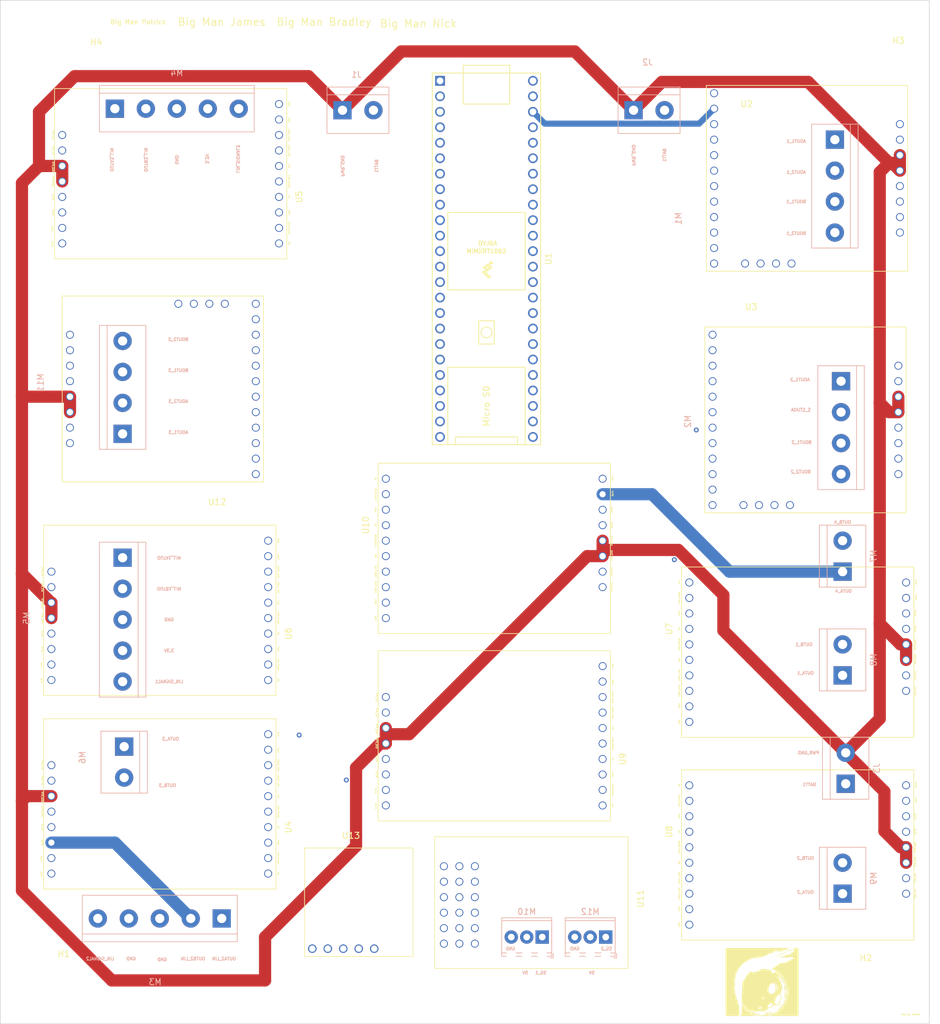
<source format=kicad_pcb>
(kicad_pcb (version 20211014) (generator pcbnew)
  (layers (0 "F.Cu" mixed) (1 "In1.Cu" signal) (2 "In2.Cu" signal) (31 "B.Cu" mixed) (34 "B.Paste" user) (35 "F.Paste" user) (36 "B.SilkS" user "B.Silkscreen") (37 "F.SilkS" user "F.Silkscreen") (38 "B.Mask" user) (39 "F.Mask" user) (44 "Edge.Cuts" user))
  (net 0 "")
  (net 1 "GND")
  (net 2 "STEP_1")
  (net 3 "DIR_1")
  (net 4 "SLEEP_1")
  (net 5 "RESET_1")
  (net 6 "STEP_2")
  (net 7 "DIR_2")
  (net 8 "SLEEP_2")
  (net 9 "RESET_2")
  (net 10 "INA_1")
  (net 11 "PWM_1")
  (net 12 "INB_1")
  (net 13 "INB_7")
  (net 14 "INA_7")
  (net 15 "PWM_7")
  (net 16 "LIN_SIGNAL3")
  (net 17 "PWM_2")
  (net 18 "INB_2")
  (net 19 "INA_3")
  (net 20 "PWM_3")
  (net 21 "INB_3")
  (net 22 "INA_4")
  (net 23 "INB_4")
  (net 24 "PWM_4")
  (net 25 "INB_6")
  (net 26 "INA_6")
  (net 27 "INB_5")
  (net 28 "INA_2")
  (net 29 "PWM_5")
  (net 30 "INA_5")
  (net 31 "LIN_SIGNAL2")
  (net 32 "LIN_SIGNAL1")
  (net 33 "PWM_6")
  (net 34 "BOUT2_1")
  (net 35 "Battery1_Positive24V")
  (net 36 "BOUT1_1")
  (net 37 "AOUT2_1")
  (net 38 "AOUT1_1")
  (net 39 "Battery_Neg")
  (net 40 "AOUT1_2")
  (net 41 "AOUT2_2")
  (net 42 "BOUT1_2")
  (net 43 "BOUT2_2")
  (net 44 "OUTB2_LIN")
  (net 45 "OUTA2_LIN")
  (net 46 "OUTA3_LIN")
  (net 47 "OUTB3_LIN")
  (net 48 "OUTA1_LIN")
  (net 49 "OUTB1_LIN")
  (net 50 "OUTB_1")
  (net 51 "OUTB_2")
  (net 52 "OUTB_3")
  (net 53 "OUTB_4")
  (net 54 "OUTA_3")
  (net 55 "OUTA_4")
  (net 56 "OUTA_1")
  (net 57 "OUTA_2")
  (net 58 "STEP_3")
  (net 59 "DIR_3")
  (net 60 "SLEEP_3")
  (net 61 "RESET_3")
  (net 62 "AOUT1_3")
  (net 63 "AOUT2_3")
  (net 64 "BOUT1_3")
  (net 65 "BOUT2_3")
  (net 66 "SS_1")
  (net 67 "SS_2")
  (net 68 "+5V")
  (net 69 "3.3V")
  (footprint "Custom Footprints:Teensy41" (layer "F.Cu") (at 519.43 347.218 -90)
    (fp_text reference "U1")
    (fp_text value "Teensy4.1")
  )
  (footprint "Custom Footprints:StepperMotorDriver" (layer "F.Cu") (at 562.864 359.664)
    (fp_text reference "U3")
    (fp_text value "36v4SMD")
  )
  (footprint "Custom Footprints:DCMotorDriver" (layer "F.Cu") (at 487.426 440.436 -90)
    (fp_text reference "U4")
    (fp_text value "VNH52019")
  )
  (footprint "Custom Footprints:DCMotorDriver" (layer "F.Cu") (at 489.204 337.058 -90)
    (fp_text reference "U5")
    (fp_text value "VNH52019")
  )
  (footprint "Custom Footprints:DCMotorDriver" (layer "F.Cu") (at 487.426 408.686 -90)
    (fp_text reference "U6")
    (fp_text value "VNH52019")
  )
  (footprint "Custom Footprints:DCMotorDriver" (layer "F.Cu") (at 548.894 407.924 90)
    (fp_text reference "U7")
    (fp_text value "VNH52019")
  )
  (footprint "Custom Footprints:DCMotorDriver" (layer "F.Cu") (at 548.894 441.198 90)
    (fp_text reference "U8")
    (fp_text value "VNH52019")
  )
  (footprint "Custom Footprints:DCMotorDriver" (layer "F.Cu") (at 542.29 429.26 -90)
    (fp_text reference "U9")
    (fp_text value "VNH52019")
  )
  (footprint "Custom Footprints:DCMotorDriver" (layer "F.Cu") (at 499.11 390.906 90)
    (fp_text reference "U10")
    (fp_text value "VNH52019")
  )
  (footprint "Custom Footprints:StepperMotorDriver" (layer "F.Cu") (at 563.118 320.04)
    (fp_text reference "U2")
    (fp_text value "36v4SMD")
  )
  (footprint "Custom Footprints:StepperMotorDriver" (layer "F.Cu") (at 475.234 382.524 180)
    (fp_text reference "U12")
    (fp_text value "36v4SMD")
  )
  (footprint "Custom Footprints:ServoMotorDriver" (layer "F.Cu") (at 545.215 452.18 -90)
    (fp_text reference "U11")
    (fp_text value "ServoDriver")
  )
  (footprint "Custom Footprints:D24V22F5" (layer "F.Cu") (at 497.205 441.325)
    (fp_text reference "U13")
    (fp_text value "D24V22F5")
  )
  (footprint "MountingHole:MountingHole_3.2mm_M3" (layer "F.Cu") (at 450.088 466.09)
    (fp_text reference "H1")
    (fp_text value "MountingHole")
  )
  (footprint "MountingHole:MountingHole_3.2mm_M3" (layer "F.Cu") (at 581.66 466.09)
    (fp_text reference "H2")
    (fp_text value "MountingHole")
  )
  (footprint "MountingHole:MountingHole_3.2mm_M3" (layer "F.Cu") (at 581.66 311.404)
    (fp_text reference "H3")
    (fp_text value "MountingHole")
  )
  (footprint "MountingHole:MountingHole_3.2mm_M3" (layer "F.Cu") (at 450.088 311.404)
    (fp_text reference "H4")
    (fp_text value "MountingHole")
  )
  (footprint "Custom Footprints:Aggreggator" (layer "F.Cu") (at 564.642 465.836)
    (fp_text reference "G***" hide)
    (fp_text value "LOGO" hide)
  )
  (footprint "TerminalBlock:TerminalBlock_bornier-2_P5.08mm" (layer "B.Cu") (at 578.358 433.324 90)
    (fp_text reference "J3")
    (fp_text value "Intel_Buck_Converter_Input")
  )
  (footprint "TerminalBlock:TerminalBlock_bornier-4_P5.08mm" (layer "B.Cu") (at 576.58 327.66 -90)
    (fp_text reference "M1")
    (fp_text value "Stepper_Motor_bipolar")
  )
  (footprint "TerminalBlock:TerminalBlock_bornier-4_P5.08mm" (layer "B.Cu") (at 577.596 367.284 -90)
    (fp_text reference "M2")
    (fp_text value "Stepper_Motor_bipolar")
  )
  (footprint "TerminalBlock:TerminalBlock_bornier-5_P5.08mm" (layer "B.Cu") (at 475.996 455.422 180)
    (fp_text reference "M3")
    (fp_text value "LinActuator12V")
  )
  (footprint "TerminalBlock:TerminalBlock_bornier-5_P5.08mm" (layer "B.Cu") (at 458.47 322.58)
    (fp_text reference "M4")
    (fp_text value "LinActuator12V")
  )
  (footprint "TerminalBlock:TerminalBlock_bornier-5_P5.08mm" (layer "B.Cu") (at 459.74 396.24 -90)
    (fp_text reference "M5")
    (fp_text value "LinActuator12V")
  )
  (footprint "TerminalBlock:TerminalBlock_bornier-2_P5.08mm" (layer "B.Cu") (at 459.994 427.228 -90)
    (fp_text reference "M6")
    (fp_text value "Motor_DC")
  )
  (footprint "TerminalBlock:TerminalBlock_bornier-2_P5.08mm" (layer "B.Cu") (at 577.85 398.526 90)
    (fp_text reference "M7")
    (fp_text value "Motor_DC")
  )
  (footprint "TerminalBlock:TerminalBlock_bornier-2_P5.08mm" (layer "B.Cu") (at 577.85 415.544 90)
    (fp_text reference "M8")
    (fp_text value "Motor_DC")
  )
  (footprint "TerminalBlock:TerminalBlock_bornier-2_P5.08mm" (layer "B.Cu") (at 577.85 451.358 90)
    (fp_text reference "M9")
    (fp_text value "Motor_DC")
  )
  (footprint "TerminalBlock:TerminalBlock_bornier-4_P5.08mm" (layer "B.Cu") (at 459.74 375.92 90)
    (fp_text reference "M11")
    (fp_text value "Stepper_Motor_bipolar")
  )
  (footprint "TerminalBlock:TerminalBlock_bornier-2_P5.08mm" (layer "B.Cu") (at 495.808 322.834)
    (fp_text reference "J1")
    (fp_text value "WattMeter1_Output")
  )
  (footprint "TerminalBlock:TerminalBlock_bornier-2_P5.08mm" (layer "B.Cu") (at 543.56 322.834)
    (fp_text reference "J2")
    (fp_text value "WattMeter2_Output")
  )
  (footprint "Custom Footprints:TerminalBlock_2.54_1x03_P2.54mm_Horizontal" (layer "B.Cu") (at 528.574 458.47 180)
    (fp_text reference "M10")
    (fp_text value "Motor_Servo")
  )
  (footprint "Custom Footprints:TerminalBlock_2.54_1x03_P2.54mm_Horizontal" (layer "B.Cu") (at 538.988 458.47 180)
    (fp_text reference "M12")
    (fp_text value "Motor_Servo")
  )
  (gr_line (start 439.674 472.694) (end 439.674 304.8) (layer "Edge.Cuts") (width 0.1))
  (gr_line (start 592.074 304.8) (end 592.074 472.694) (layer "Edge.Cuts") (width 0.1))
  (gr_line (start 439.674 304.8) (end 592.074 304.8) (layer "Edge.Cuts") (width 0.1))
  (gr_line (start 592.074 472.694) (end 439.674 472.694) (layer "Edge.Cuts") (width 0.1))
  (gr_text "BOUT2_3" (at 468.884 360.426) (layer "B.SilkS") (effects (font (size 0.5 0.5) (thickness 0.12)) (justify mirror)))
  (gr_text "BOUT1_1" (at 570.23 337.82) (layer "B.SilkS") (effects (font (size 0.5 0.5) (thickness 0.12)) (justify mirror)))
  (gr_text "AOUT2_1" (at 570.23 332.994) (layer "B.SilkS") (effects (font (size 0.5 0.5) (thickness 0.12)) (justify mirror)))
  (gr_text "BOUT2_1" (at 570.23 343.027) (layer "B.SilkS") (effects (font (size 0.5 0.5) (thickness 0.12)) (justify mirror)))
  (gr_text "AOUT1_1\n" (at 570.23 327.914) (layer "B.SilkS") (effects (font (size 0.5 0.5) (thickness 0.12)) (justify mirror)))
  (gr_text "AOUT1_2\n" (at 570.865 367.03) (layer "B.SilkS") (effects (font (size 0.5 0.5) (thickness 0.12)) (justify mirror)))
  (gr_text "BOUT2_2" (at 570.992 382.143) (layer "B.SilkS") (effects (font (size 0.5 0.5) (thickness 0.12)) (justify mirror)))
  (gr_text "AOUT2_2" (at 570.992 371.983) (layer "B.SilkS") (effects (font (size 0.5 0.5) (thickness 0.12))))
  (gr_text "BOUT1_2" (at 571.119 377.317) (layer "B.SilkS") (effects (font (size 0.5 0.5) (thickness 0.12)) (justify mirror)))
  (gr_text "BATT1" (at 501.396 331.978 90) (layer "B.SilkS") (effects (font (size 0.5 0.5) (thickness 0.12)) (justify mirror)))
  (gr_text "OUTB2_LIN" (at 471.297 462.026) (layer "B.SilkS") (effects (font (size 0.5 0.5) (thickness 0.12)) (justify mirror)))
  (gr_text "LIN_SIGNAL2" (at 456.057 462.026) (layer "B.SilkS") (effects (font (size 0.5 0.5) (thickness 0.12)) (justify mirror)))
  (gr_text "SS_2" (at 539.115 460.375) (layer "B.SilkS") (effects (font (size 0.5 0.5) (thickness 0.12)) (justify mirror)))
  (gr_text "GND" (at 468.63 330.962 270) (layer "B.SilkS") (effects (font (size 0.5 0.5) (thickness 0.12)) (justify mirror)))
  (gr_text "PWR_GND" (at 495.808 331.978 270) (layer "B.SilkS") (effects (font (size 0.5 0.5) (thickness 0.12)) (justify mirror)))
  (gr_text "BATT1" (at 572.389 433.451) (layer "B.SilkS") (effects (font (size 0.5 0.5) (thickness 0.12)) (justify mirror)))
  (gr_text "AOUT2_3" (at 468.884 370.586) (layer "B.SilkS") (effects (font (size 0.5 0.5) (thickness 0.12)) (justify mirror)))
  (gr_text "PWR_GND" (at 572.262 428.244) (layer "B.SilkS") (effects (font (size 0.5 0.5) (thickness 0.12)) (justify mirror)))
  (gr_text "BOUT1_3" (at 468.884 365.506) (layer "B.SilkS") (effects (font (size 0.5 0.5) (thickness 0.12)) (justify mirror)))
  (gr_text "OUTA1_LIN" (at 467.36 396.24 180) (layer "B.SilkS") (effects (font (size 0.5 0.5) (thickness 0.12)) (justify mirror)))
  (gr_text "GND" (at 466.217 462.153) (layer "B.SilkS") (effects (font (size 0.5 0.5) (thickness 0.12)) (justify mirror)))
  (gr_text "GND" (at 461.137 462.026) (layer "B.SilkS") (effects (font (size 0.5 0.5) (thickness 0.12)) (justify mirror)))
  (gr_text "OUTA_1" (at 571.754 415.163) (layer "B.SilkS") (effects (font (size 0.5 0.5) (thickness 0.12)) (justify mirror)))
  (gr_text "LIN_SIGNAL3" (at 478.663 330.835 270) (layer "B.SilkS") (effects (font (size 0.5 0.5) (thickness 0.12)) (justify mirror)))
  (gr_text "OUTA2_LIN" (at 476.377 462.026) (layer "B.SilkS") (effects (font (size 0.5 0.5) (thickness 0.12)) (justify mirror)))
  (gr_text "OUTA_4" (at 577.977 401.701) (layer "B.SilkS") (effects (font (size 0.5 0.5) (thickness 0.12)) (justify mirror)))
  (gr_text "OUTA_3" (at 467.614 425.958) (layer "B.SilkS") (effects (font (size 0.5 0.5) (thickness 0.12)) (justify mirror)))
  (gr_text "5V" (at 525.78 464.312) (layer "B.SilkS") (effects (font (size 0.5 0.5) (thickness 0.12)) (justify mirror)))
  (gr_text "BATT1" (at 548.64 330.2 90) (layer "B.SilkS") (effects (font (size 0.5 0.5) (thickness 0.12)) (justify mirror)))
  (gr_text "OUTA3_LIN" (at 457.962 330.962 270) (layer "B.SilkS") (effects (font (size 0.5 0.5) (thickness 0.12)) (justify mirror)))
  (gr_text "OUTB_2" (at 571.754 445.516) (layer "B.SilkS") (effects (font (size 0.5 0.5) (thickness 0.12)) (justify mirror)))
  (gr_text "GND" (at 467.36 406.4) (layer "B.SilkS") (effects (font (size 0.5 0.5) (thickness 0.12)) (justify mirror)))
  (gr_text "LIN_SIGNAL1" (at 467.36 416.56) (layer "B.SilkS") (effects (font (size 0.5 0.5) (thickness 0.12)) (justify mirror)))
  (gr_text "GND" (at 523.367 460.375) (layer "B.SilkS") (effects (font (size 0.5 0.5) (thickness 0.12)) (justify mirror)))
  (gr_text "OUTB_4" (at 577.85 390.398) (layer "B.SilkS") (effects (font (size 0.5 0.5) (thickness 0.12)) (justify mirror)))
  (gr_text "SS_1" (at 528.32 464.312) (layer "B.SilkS") (effects (font (size 0.5 0.5) (thickness 0.12)) (justify mirror)))
  (gr_text "OUTB3_LIN" (at 463.55 330.962 270) (layer "B.SilkS") (effects (font (size 0.5 0.5) (thickness 0.12)) (justify mirror)))
  (gr_text "PWR_GND" (at 543.56 330.2 270) (layer "B.SilkS") (effects (font (size 0.5 0.5) (thickness 0.12)) (justify mirror)))
  (gr_text "3.3V" (at 467.36 411.48) (layer "B.SilkS") (effects (font (size 0.5 0.5) (thickness 0.12)) (justify mirror)))
  (gr_text "OUTB1_LIN" (at 467.36 401.32 180) (layer "B.SilkS") (effects (font (size 0.5 0.5) (thickness 0.12)) (justify mirror)))
  (gr_text "5V" (at 536.702 464.312) (layer "B.SilkS") (effects (font (size 0.5 0.5) (thickness 0.12)) (justify mirror)))
  (gr_text "AOUT1_3" (at 468.884 375.666) (layer "B.SilkS") (effects (font (size 0.5 0.5) (thickness 0.12)) (justify mirror)))
  (gr_text "OUTA_2" (at 571.754 451.104) (layer "B.SilkS") (effects (font (size 0.5 0.5) (thickness 0.12)) (justify mirror)))
  (gr_text "GND" (at 533.908 460.375) (layer "B.SilkS") (effects (font (size 0.5 0.5) (thickness 0.12)) (justify mirror)))
  (gr_text "OUTB_1" (at 571.5 410.464) (layer "B.SilkS") (effects (font (size 0.5 0.5) (thickness 0.12)) (justify mirror)))
  (gr_text "OUTB_3" (at 467.106 433.578) (layer "B.SilkS") (effects (font (size 0.5 0.5) (thickness 0.12)) (justify mirror)))
  (gr_text "3.3V" (at 473.583 330.835 270) (layer "B.SilkS") (effects (font (size 0.5 0.5) (thickness 0.12)) (justify mirror)))
  (gr_text "Big Man Sophia" (at 589.026 471.17) (layer "F.SilkS") (effects (font (size 0.25 0.25) (thickness 0.0625))))
  (gr_text "Big Man Bradley" (at 492.76 308.356) (layer "F.SilkS") (effects (font (size 1.25 1.25))))
  (gr_text "Big Man James" (at 475.996 308.356) (layer "F.SilkS") (effects (font (size 1.25 1.25))))
  (gr_text "Big Man Patrick" (at 462.28 308.356) (layer "F.SilkS") (effects (font (size 0.75 0.75) (thickness 0.125))))
  (gr_text "Big Man Nick" (at 508.254 308.61) (layer "F.SilkS") (effects (font (size 1.25 1.25))))
  (via (at 550.2422 396.5646) (size 0.8) (drill 0.4) (layers "F.Cu" "B.Cu") (net 10))
  (via (at 553.8493 375.2873) (size 0.8) (drill 0.4) (layers "F.Cu" "B.Cu") (net 11))
  (via (at 488.7044 425.3342) (size 0.8) (drill 0.4) (layers "F.Cu" "B.Cu") (net 25))
  (via (at 496.4374 432.7085) (size 0.8) (drill 0.4) (layers "F.Cu" "B.Cu") (net 26))
  (segment (start 498.036911 430.683851) (end 502.000762 426.72) (width 2) (layer "F.Cu") (net 39))
  (segment (start 550.90474 394.965089) (end 538.738911 394.965089) (width 2) (layer "F.Cu") (net 39))
  (segment (start 449.834 334.518) (end 449.834 331.978) (width 2) (layer "F.Cu") (net 39))
  (segment (start 443.23 398.855605) (end 447.980395 403.606) (width 2) (layer "F.Cu") (net 39))
  (segment (start 443.23 436.118) (end 443.992 435.356) (width 2) (layer "F.Cu") (net 39))
  (segment (start 446.024 331.978) (end 443.23 334.772) (width 2) (layer "F.Cu") (net 39))
  (segment (start 558.292 402.352349) (end 550.90474 394.965089) (width 2) (layer "F.Cu") (net 39))
  (segment (start 583.946 407.065238) (end 587.344762 410.464) (width 2) (layer "F.Cu") (net 39))
  (segment (start 495.808 322.834) (end 505.46 313.182) (width 2) (layer "F.Cu") (net 39))
  (segment (start 448.056 406.146) (end 448.056 403.606) (width 2) (layer "F.Cu") (net 39))
  (segment (start 588.264 410.464) (end 588.264 413.004) (width 2) (layer "F.Cu") (net 39))
  (segment (start 585.47 372.364) (end 586.994 372.364) (width 2) (layer "F.Cu") (net 39))
  (segment (start 585.47 331.47) (end 585.978 331.47) (width 2) (layer "F.Cu") (net 39))
  (segment (start 548.203511 318.190489) (end 572.190489 318.190489) (width 2) (layer "F.Cu") (net 39))
  (segment (start 587.248 330.2) (end 587.248 332.74) (width 2) (layer "F.Cu") (net 39))
  (segment (start 585.47 331.47) (end 583.946 332.994) (width 2) (layer "F.Cu") (net 39))
  (segment (start 505.46 313.182) (end 533.908 313.182) (width 2) (layer "F.Cu") (net 39))
  (segment (start 583.946 332.994) (end 583.946 370.84) (width 2) (layer "F.Cu") (net 39))
  (segment (start 583.946 370.84) (end 585.47 372.364) (width 2) (layer "F.Cu") (net 39))
  (segment (start 451.104 372.364) (end 451.104 369.824) (width 2) (layer "F.Cu") (net 39))
  (segment (start 538.48 395.986) (end 538.48 393.446) (width 2) (layer "F.Cu") (net 39))
  (segment (start 538.738911 394.965089) (end 538.48 395.224) (width 2) (layer "F.Cu") (net 39))
  (segment (start 502.000762 426.72) (end 502.92 426.72) (width 2) (layer "F.Cu") (net 39))
  (segment (start 584.708 441.101238) (end 587.344762 443.738) (width 2) (layer "F.Cu") (net 39))
  (segment (start 483.108 458.47) (end 498.036911 443.541089) (width 2) (layer "F.Cu") (net 39))
  (segment (start 502.92 425.196) (end 502.92 424.18) (width 2) (layer "F.Cu") (net 39))
  (segment (start 446.024 323.088) (end 446.024 331.978) (width 2) (layer "F.Cu") (net 39))
  (segment (start 572.190489 318.190489) (end 585.47 331.47) (width 2) (layer "F.Cu") (net 39))
  (segment (start 585.978 331.47) (end 587.248 332.74) (width 2) (layer "F.Cu") (net 39))
  (segment (start 558.292 408.178) (end 558.292 402.352349) (width 2) (layer "F.Cu") (net 39))
  (segment (start 587.344762 443.738) (end 588.264 443.738) (width 2) (layer "F.Cu") (net 39))
  (segment (start 443.992 435.356) (end 448.056 435.356) (width 2) (layer "F.Cu") (net 39))
  (segment (start 583.946 422.656) (end 578.358 428.244) (width 2) (layer "F.Cu") (net 39))
  (segment (start 498.036911 443.541089) (end 498.036911 430.683851) (width 2) (layer "F.Cu") (net 39))
  (segment (start 447.980395 403.606) (end 448.056 403.606) (width 2) (layer "F.Cu") (net 39))
  (segment (start 495.808 322.834) (end 490.22 317.246) (width 2) (layer "F.Cu") (net 39))
  (segment (start 502.92 425.196) (end 506.73 425.196) (width 2) (layer "F.Cu") (net 39))
  (segment (start 451.866 317.246) (end 446.024 323.088) (width 2) (layer "F.Cu") (net 39))
  (segment (start 578.358 428.244) (end 558.292 408.178) (width 2) (layer "F.Cu") (net 39))
  (segment (start 443.23 436.118) (end 443.23 450.85) (width 2) (layer "F.Cu") (net 39))
  (segment (start 535.94 395.986) (end 538.48 395.986) (width 2) (layer "F.Cu") (net 39))
  (segment (start 588.264 443.738) (end 588.264 446.278) (width 2) (layer "F.Cu") (net 39))
  (segment (start 584.708 434.594) (end 584.708 441.101238) (width 2) (layer "F.Cu") (net 39))
  (segment (start 578.358 428.244) (end 584.708 434.594) (width 2) (layer "F.Cu") (net 39))
  (segment (start 446.024 331.978) (end 449.834 331.978) (width 2) (layer "F.Cu") (net 39))
  (segment (start 443.23 450.85) (end 457.962 465.582) (width 2) (layer "F.Cu") (net 39))
  (segment (start 586.994 372.364) (end 586.994 369.824) (width 2) (layer "F.Cu") (net 39))
  (segment (start 483.108 465.582) (end 483.108 458.47) (width 2) (layer "F.Cu") (net 39))
  (segment (start 443.23 398.855605) (end 443.23 436.118) (width 2) (layer "F.Cu") (net 39))
  (segment (start 506.73 425.196) (end 535.94 395.986) (width 2) (layer "F.Cu") (net 39))
  (segment (start 502.92 426.72) (end 502.92 425.196) (width 2) (layer "F.Cu") (net 39))
  (segment (start 443.23 370.078) (end 443.23 398.855605) (width 2) (layer "F.Cu") (net 39))
  (segment (start 533.908 313.182) (end 543.56 322.834) (width 2) (layer "F.Cu") (net 39))
  (segment (start 443.23 334.772) (end 443.23 369.824) (width 2) (layer "F.Cu") (net 39))
  (segment (start 457.962 465.582) (end 483.108 465.582) (width 2) (layer "F.Cu") (net 39))
  (segment (start 583.946 407.065238) (end 583.946 422.656) (width 2) (layer "F.Cu") (net 39))
  (segment (start 543.56 322.834) (end 548.203511 318.190489) (width 2) (layer "F.Cu") (net 39))
  (segment (start 490.22 317.246) (end 451.866 317.246) (width 2) (layer "F.Cu") (net 39))
  (segment (start 583.946 370.84) (end 583.946 407.065238) (width 2) (layer "F.Cu") (net 39))
  (segment (start 587.344762 410.464) (end 588.264 410.464) (width 2) (layer "F.Cu") (net 39))
  (segment (start 443.23 369.824) (end 451.104 369.824) (width 2) (layer "F.Cu") (net 39))
  (segment (start 458.47 442.976) (end 448.056 442.976) (width 2) (layer "B.Cu") (net 44))
  (segment (start 470.916 455.422) (end 458.47 442.976) (width 2) (layer "B.Cu") (net 44))
  (segment (start 577.85 398.526) (end 559.2878 398.526) (width 2) (layer "B.Cu") (net 55))
  (segment (start 546.5878 385.826) (end 538.48 385.826) (width 2) (layer "B.Cu") (net 55))
  (segment (start 559.2878 398.526) (end 546.5878 385.826) (width 2) (layer "B.Cu") (net 55))
  (segment (start 556.768 322.58) (end 554.3136 325.0344) (width 1) (layer "B.Cu") (net 69))
  (segment (start 554.3136 325.0344) (end 528.9964 325.0344) (width 1) (layer "B.Cu") (net 69))
  (segment (start 528.9964 325.0344) (end 527.05 323.088) (width 1) (layer "B.Cu") (net 69))
)
</source>
